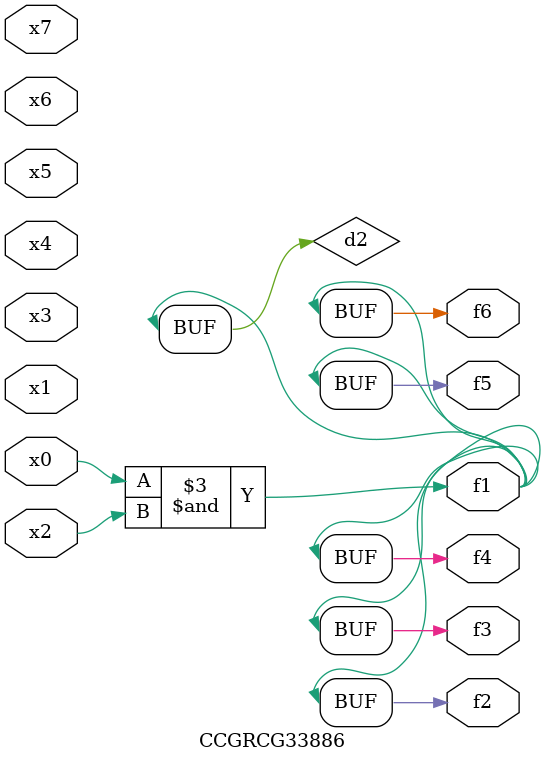
<source format=v>
module CCGRCG33886(
	input x0, x1, x2, x3, x4, x5, x6, x7,
	output f1, f2, f3, f4, f5, f6
);

	wire d1, d2;

	nor (d1, x3, x6);
	and (d2, x0, x2);
	assign f1 = d2;
	assign f2 = d2;
	assign f3 = d2;
	assign f4 = d2;
	assign f5 = d2;
	assign f6 = d2;
endmodule

</source>
